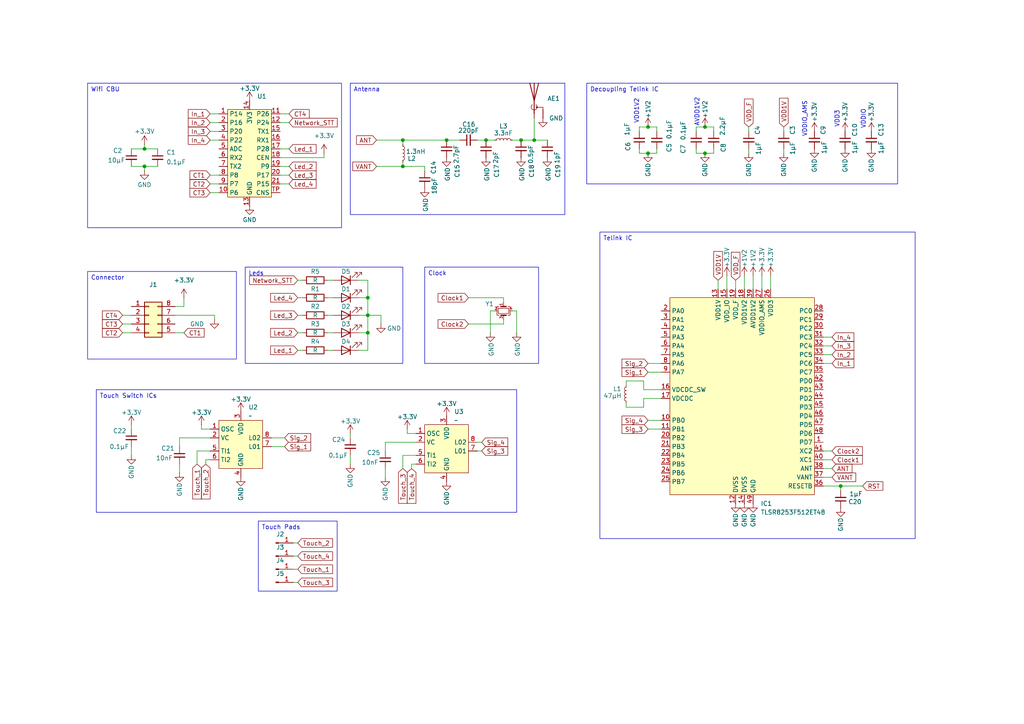
<source format=kicad_sch>
(kicad_sch (version 20231120) (generator "eeschema") (generator_version "8.0")
  (paper "A4")
  (lib_symbols
    (symbol "Connector:Conn_01x01_Pin" (pin_names (offset 1.016) hide)
      (property "Reference" "J" (at 0 2.54 0))
      (property "Value" "Conn_01x01_Pin" (at 0 -2.54 0))
      (symbol "Conn_01x01_Pin_1_1"
        (pin passive line (at 5.08 0 180) (length 3.81) (name "Pin_1") (number "1"))
      )
    )
    (symbol "Connector_Generic:Conn_02x04_Counter_Clockwise" (pin_names (offset 1.016) hide)
      (property "Reference" "J" (at 1.27 5.08 0))
      (property "Value" "Conn_02x04_Counter_Clockwise" (at 1.27 -7.62 0))
      (symbol "Conn_02x04_Counter_Clockwise_1_1"
        (pin passive line (at -5.08 2.54 0) (length 3.81) (name "Pin_1") (number "1"))
        (pin passive line (at -5.08 0 0) (length 3.81) (name "Pin_2") (number "2"))
        (pin passive line (at -5.08 -2.54 0) (length 3.81) (name "Pin_3") (number "3"))
        (pin passive line (at -5.08 -5.08 0) (length 3.81) (name "Pin_4") (number "4"))
        (pin passive line (at 7.62 -5.08 180) (length 3.81) (name "Pin_5") (number "5"))
        (pin passive line (at 7.62 -2.54 180) (length 3.81) (name "Pin_6") (number "6"))
        (pin passive line (at 7.62 0 180) (length 3.81) (name "Pin_7") (number "7"))
        (pin passive line (at 7.62 2.54 180) (length 3.81) (name "Pin_8") (number "8"))
      )
    )
    (symbol "Device:Antenna_Shield" (pin_numbers hide) (pin_names (offset 1.016) hide)
      (property "Reference" "AE" (at -1.905 4.445 0))
      (property "Value" "Antenna_Shield" (at -1.905 2.54 0))
      (symbol "Antenna_Shield_1_1"
        (pin input line (at 0 -5.08 90) (length 2.54) (name "A") (number "1"))
        (pin input line (at 2.54 -5.08 90) (length 2.54) (name "Shield") (number "2"))
      )
    )
    (symbol "Device:C_Small" (pin_numbers hide) (pin_names (offset 0.254) hide)
      (property "Reference" "C" (at 0.254 1.778 0))
      (property "Value" "C_Small" (at 0.254 -2.032 0))
      (symbol "C_Small_1_1"
        (pin passive line (at 0 2.54 270) (length 2.032) (name "~") (number "1"))
        (pin passive line (at 0 -2.54 90) (length 2.032) (name "~") (number "2"))
      )
    )
    (symbol "Device:Crystal_GND24_Small" (pin_names (offset 1.016) hide)
      (property "Reference" "Y" (at 1.27 4.445 0))
      (property "Value" "Crystal_GND24_Small" (at 1.27 2.54 0))
      (symbol "Crystal_GND24_Small_1_1"
        (pin passive line (at -2.54 0 0) (length 1.27) (name "1") (number "1"))
        (pin passive line (at 0 -2.54 90) (length 0.635) (name "2") (number "2"))
        (pin passive line (at 2.54 0 180) (length 1.27) (name "3") (number "3"))
        (pin passive line (at 0 2.54 270) (length 0.635) (name "4") (number "4"))
      )
    )
    (symbol "Device:LED" (pin_numbers hide) (pin_names (offset 1.016) hide)
      (property "Reference" "D" (at 0 2.54 0))
      (property "Value" "LED" (at 0 -2.54 0))
      (symbol "LED_1_1"
        (pin passive line (at -3.81 0 0) (length 2.54) (name "K") (number "1"))
        (pin passive line (at 3.81 0 180) (length 2.54) (name "A") (number "2"))
      )
    )
    (symbol "Device:L_Small" (pin_numbers hide) (pin_names (offset 0.254) hide)
      (property "Reference" "L" (at 0.762 1.016 0))
      (property "Value" "L_Small" (at 0.762 -1.016 0))
      (symbol "L_Small_1_1"
        (pin passive line (at 0 2.54 270) (length 0.508) (name "~") (number "1"))
        (pin passive line (at 0 -2.54 90) (length 0.508) (name "~") (number "2"))
      )
    )
    (symbol "Device:R" (pin_numbers hide) (pin_names (offset 0))
      (property "Reference" "R" (at 2.032 0 90))
      (property "Value" "R" (at 0 0 90))
      (symbol "R_1_1"
        (pin passive line (at 0 3.81 270) (length 1.27) (name "~") (number "1"))
        (pin passive line (at 0 -3.81 90) (length 1.27) (name "~") (number "2"))
      )
    )
    (symbol "Library:SGL8022K"
      (property "Reference" "U" (at 9.144 1.016 0))
      (symbol "SGL8022K_1_1"
        (pin input line (at -5.08 -2.54 0) (length 2.54) (name "OSC") (number "1"))
        (pin input line (at -5.08 -5.08 0) (length 2.54) (name "VC") (number "2"))
        (pin input line (at 3.81 2.54 270) (length 2.54) (name "VDD") (number "3"))
        (pin input line (at 3.81 -16.51 90) (length 2.54) (name "GND") (number "4"))
        (pin input line (at -5.08 -8.89 0) (length 2.54) (name "TI1") (number "5"))
        (pin input line (at -5.08 -11.43 0) (length 2.54) (name "TI2") (number "6"))
        (pin input line (at 12.7 -7.62 180) (length 2.54) (name "L01") (number "7"))
        (pin input line (at 12.7 -5.08 180) (length 2.54) (name "L02") (number "8"))
      )
    )
    (symbol "Library:TLSR8253F512ET48"
      (property "Reference" "IC" (at -164.338 7.62 0))
      (property "Value" "TLSR8253F512ET48" (at -164.338 5.08 0))
      (symbol "TLSR8253F512ET48_1_1"
        (pin passive line (at 24.13 -11.43 180) (length 2.54) (name "PD7") (number "1"))
        (pin passive line (at -22.86 -5.08 0) (length 2.54) (name "PB0") (number "10"))
        (pin passive line (at -22.86 -7.62 0) (length 2.54) (name "PB1") (number "11"))
        (pin passive line (at -1.27 -29.21 90) (length 2.54) (name "DVSS") (number "12"))
        (pin passive line (at -6.35 33.02 270) (length 2.54) (name "VDD1V") (number "13"))
        (pin passive line (at 1.27 -29.21 90) (length 2.54) (name "DVSS") (number "14"))
        (pin passive line (at -3.81 33.02 270) (length 2.54) (name "VDD_IO") (number "15"))
        (pin passive line (at -22.86 3.81 0) (length 2.54) (name "VDCDC_SW") (number "16"))
        (pin passive line (at -22.86 1.27 0) (length 2.54) (name "VDCDC") (number "17"))
        (pin passive line (at 1.27 33.02 270) (length 2.54) (name "VDD1V2") (number "18"))
        (pin passive line (at -1.27 33.02 270) (length 2.54) (name "VDD_F") (number "19"))
        (pin passive line (at -22.86 26.67 0) (length 2.54) (name "PA0") (number "2"))
        (pin passive line (at -22.86 -10.16 0) (length 2.54) (name "PB2") (number "20"))
        (pin passive line (at -22.86 -12.7 0) (length 2.54) (name "PB3") (number "21"))
        (pin passive line (at -22.86 -15.24 0) (length 2.54) (name "PB4") (number "22"))
        (pin passive line (at -22.86 -17.78 0) (length 2.54) (name "PB5") (number "23"))
        (pin passive line (at -22.86 -20.32 0) (length 2.54) (name "PB6") (number "24"))
        (pin passive line (at -22.86 -22.86 0) (length 2.54) (name "PB7") (number "25"))
        (pin passive line (at 8.89 33.02 270) (length 2.54) (name "VDD3") (number "26"))
        (pin passive line (at 6.35 33.02 270) (length 2.54) (name "VDDIO_AMS") (number "27"))
        (pin passive line (at 24.13 26.67 180) (length 2.54) (name "PC0") (number "28"))
        (pin passive line (at 24.13 24.13 180) (length 2.54) (name "PC1") (number "29"))
        (pin passive line (at -22.86 24.13 0) (length 2.54) (name "PA1") (number "3"))
        (pin passive line (at 24.13 21.59 180) (length 2.54) (name "PC2") (number "30"))
        (pin passive line (at 24.13 19.05 180) (length 2.54) (name "PC3") (number "31"))
        (pin passive line (at 24.13 16.51 180) (length 2.54) (name "PC4") (number "32"))
        (pin passive line (at 24.13 13.97 180) (length 2.54) (name "PC5") (number "33"))
        (pin passive line (at 24.13 11.43 180) (length 2.54) (name "PC6") (number "34"))
        (pin passive line (at 24.13 8.89 180) (length 2.54) (name "PC7") (number "35"))
        (pin passive line (at 24.13 -24.13 180) (length 2.54) (name "RESETB") (number "36"))
        (pin passive line (at 24.13 -21.59 180) (length 2.54) (name "VANT") (number "37"))
        (pin passive line (at 24.13 -19.05 180) (length 2.54) (name "ANT") (number "38"))
        (pin passive line (at 3.81 33.02 270) (length 2.54) (name "AVDD1V2") (number "39"))
        (pin passive line (at -22.86 21.59 0) (length 2.54) (name "PA2") (number "4"))
        (pin passive line (at 24.13 -16.51 180) (length 2.54) (name "XC1") (number "40"))
        (pin passive line (at 24.13 -13.97 180) (length 2.54) (name "XC2") (number "41"))
        (pin passive line (at 24.13 6.35 180) (length 2.54) (name "PD0") (number "42"))
        (pin passive line (at 24.13 3.81 180) (length 2.54) (name "PD1") (number "43"))
        (pin passive line (at 24.13 1.27 180) (length 2.54) (name "PD2") (number "44"))
        (pin passive line (at 24.13 -1.27 180) (length 2.54) (name "PD3") (number "45"))
        (pin passive line (at 24.13 -3.81 180) (length 2.54) (name "PD4") (number "46"))
        (pin passive line (at 24.13 -6.35 180) (length 2.54) (name "PD5") (number "47"))
        (pin passive line (at 24.13 -8.89 180) (length 2.54) (name "PD6") (number "48"))
        (pin passive line (at 3.81 -29.21 90) (length 2.54) (name "GND") (number "49"))
        (pin passive line (at -22.86 19.05 0) (length 2.54) (name "PA3") (number "5"))
        (pin passive line (at -22.86 16.51 0) (length 2.54) (name "PA4") (number "6"))
        (pin passive line (at -22.86 13.97 0) (length 2.54) (name "PA5") (number "7"))
        (pin passive line (at -22.86 11.43 0) (length 2.54) (name "PA6") (number "8"))
        (pin passive line (at -22.86 8.89 0) (length 2.54) (name "PA7") (number "9"))
      )
    )
    (symbol "Library:Wifi_CBU"
      (property "Reference" "U" (at 5.08 15.748 0))
      (symbol "Wifi_CBU_1_1"
        (pin bidirectional line (at -8.89 11.43 0) (length 2.54) (name "P14") (number "1"))
        (pin bidirectional line (at -8.89 -11.43 0) (length 2.54) (name "P6") (number "10"))
        (pin bidirectional line (at 8.89 11.43 180) (length 2.54) (name "P26") (number "11"))
        (pin bidirectional line (at 8.89 8.89 180) (length 2.54) (name "P24") (number "12"))
        (pin input line (at 0 -15.24 90) (length 2.54) (name "GND") (number "13"))
        (pin input line (at 0 15.24 270) (length 2.54) (name "3V3") (number "14"))
        (pin bidirectional line (at 8.89 6.35 180) (length 2.54) (name "TX1") (number "15"))
        (pin bidirectional line (at 8.89 3.81 180) (length 2.54) (name "RX1") (number "16"))
        (pin bidirectional line (at 8.89 1.27 180) (length 2.54) (name "P28") (number "17"))
        (pin bidirectional line (at 8.89 -1.27 180) (length 2.54) (name "CEN") (number "18"))
        (pin bidirectional line (at 8.89 -3.81 180) (length 2.54) (name "P9") (number "19"))
        (pin bidirectional line (at -8.89 8.89 0) (length 2.54) (name "P16") (number "2"))
        (pin bidirectional line (at 8.89 -6.35 180) (length 2.54) (name "P17") (number "20"))
        (pin bidirectional line (at 8.89 -8.89 180) (length 2.54) (name "P15") (number "21"))
        (pin bidirectional line (at -8.89 6.35 0) (length 2.54) (name "P20") (number "3"))
        (pin bidirectional line (at -8.89 3.81 0) (length 2.54) (name "P22") (number "4"))
        (pin bidirectional line (at -8.89 1.27 0) (length 2.54) (name "ADC") (number "5"))
        (pin bidirectional line (at -8.89 -1.27 0) (length 2.54) (name "RX2") (number "6"))
        (pin bidirectional line (at -8.89 -3.81 0) (length 2.54) (name "TX2") (number "7"))
        (pin bidirectional line (at -8.89 -6.35 0) (length 2.54) (name "P8") (number "8"))
        (pin bidirectional line (at -8.89 -8.89 0) (length 2.54) (name "P7") (number "9"))
        (pin bidirectional line (at 8.89 -11.43 180) (length 2.54) (name "CNS") (number "TP"))
      )
    )
    (symbol "power:+1V2" (power) (pin_numbers hide) (pin_names (offset 0) hide)
      (property "Value" "+1V2" (at 0 3.556 0))
      (symbol "+1V2_1_1"
        (pin power_in line (at 0 0 90) (length 0) (name "~") (number "1"))
      )
    )
    (symbol "power:+3.3V" (power) (pin_numbers hide) (pin_names (offset 0) hide)
      (property "Value" "+3.3V" (at 0 3.556 0))
      (symbol "+3.3V_1_1"
        (pin power_in line (at 0 0 90) (length 0) (name "~") (number "1"))
      )
    )
    (symbol "power:GND" (power) (pin_numbers hide) (pin_names (offset 0) hide)
      (property "Value" "GND" (at 0 -3.81 0))
      (symbol "GND_1_1"
        (pin power_in line (at 0 0 270) (length 0) (name "~") (number "1"))
      )
    )
    (symbol "power:GND2" (power) (pin_numbers hide) (pin_names (offset 0) hide)
      (property "Value" "GND2" (at 0 -3.81 0))
      (symbol "GND2_1_1"
        (pin power_in line (at 0 0 270) (length 0) (name "~") (number "1"))
      )
    )
  )
  (junction (at 106.68 96.52))
  (junction (at 187.96 44.45))
  (junction (at 140.97 40.64))
  (junction (at 154.94 40.64))
  (junction (at 204.47 44.45))
  (junction (at 204.47 36.83))
  (junction (at 129.54 40.64))
  (junction (at 116.84 40.64))
  (junction (at 243.84 140.97))
  (junction (at 106.68 91.44))
  (junction (at 41.91 43.18))
  (junction (at 116.84 48.26))
  (junction (at 187.96 36.83))
  (junction (at 151.13 40.64))
  (junction (at 41.91 48.26))
  (junction (at 106.68 86.36))
  (wire (pts (xy 218.44 80.01) (xy 218.44 83.82)))
  (wire (pts (xy 187.96 107.95) (xy 191.77 107.95)))
  (wire (pts (xy 135.89 93.98) (xy 146.05 93.98)))
  (wire (pts (xy 111.76 135.89) (xy 111.76 138.43)))
  (wire (pts (xy 238.76 102.87) (xy 241.3 102.87)))
  (wire (pts (xy 38.1 43.18) (xy 41.91 43.18)))
  (wire (pts (xy 227.33 36.83) (xy 227.33 38.1)))
  (wire (pts (xy 85.09 168.91) (xy 86.36 168.91)))
  (wire (pts (xy 106.68 91.44) (xy 110.49 91.44)))
  (wire (pts (xy 106.68 81.28) (xy 104.14 81.28)))
  (wire (pts (xy 81.28 43.18) (xy 83.82 43.18)))
  (wire (pts (xy 139.7 130.81) (xy 138.43 130.81)))
  (wire (pts (xy 106.68 101.6) (xy 104.14 101.6)))
  (wire (pts (xy 243.84 140.97) (xy 243.84 142.24)))
  (wire (pts (xy 93.98 44.45) (xy 93.98 45.72)))
  (wire (pts (xy 119.38 135.89) (xy 119.38 134.62)))
  (wire (pts (xy 81.28 53.34) (xy 83.82 53.34)))
  (wire (pts (xy 181.61 110.49) (xy 181.61 111.76)))
  (wire (pts (xy 86.36 86.36) (xy 87.63 86.36)))
  (wire (pts (xy 106.68 86.36) (xy 104.14 86.36)))
  (wire (pts (xy 187.96 124.46) (xy 191.77 124.46)))
  (wire (pts (xy 109.22 40.64) (xy 116.84 40.64)))
  (wire (pts (xy 106.68 81.28) (xy 106.68 86.36)))
  (wire (pts (xy 101.6 125.73) (xy 101.6 127)))
  (wire (pts (xy 81.28 33.02) (xy 83.82 33.02)))
  (wire (pts (xy 60.96 38.1) (xy 63.5 38.1)))
  (wire (pts (xy 119.38 134.62) (xy 120.65 134.62)))
  (wire (pts (xy 186.69 113.03) (xy 186.69 110.49)))
  (wire (pts (xy 217.17 36.83) (xy 217.17 38.1)))
  (wire (pts (xy 86.36 81.28) (xy 87.63 81.28)))
  (wire (pts (xy 62.23 91.44) (xy 62.23 92.71)))
  (wire (pts (xy 151.13 40.64) (xy 154.94 40.64)))
  (wire (pts (xy 227.33 43.18) (xy 227.33 44.45)))
  (wire (pts (xy 116.84 40.64) (xy 129.54 40.64)))
  (wire (pts (xy 187.96 105.41) (xy 191.77 105.41)))
  (wire (pts (xy 146.05 86.36) (xy 146.05 87.63)))
  (wire (pts (xy 41.91 41.91) (xy 41.91 43.18)))
  (wire (pts (xy 86.36 96.52) (xy 87.63 96.52)))
  (wire (pts (xy 238.76 130.81) (xy 241.3 130.81)))
  (wire (pts (xy 38.1 123.19) (xy 38.1 124.46)))
  (wire (pts (xy 58.42 124.46) (xy 60.96 124.46)))
  (wire (pts (xy 81.28 35.56) (xy 83.82 35.56)))
  (wire (pts (xy 148.59 40.64) (xy 151.13 40.64)))
  (wire (pts (xy 60.96 35.56) (xy 63.5 35.56)))
  (wire (pts (xy 118.11 125.73) (xy 120.65 125.73)))
  (wire (pts (xy 190.5 38.1) (xy 190.5 36.83)))
  (wire (pts (xy 138.43 40.64) (xy 140.97 40.64)))
  (wire (pts (xy 201.93 44.45) (xy 204.47 44.45)))
  (wire (pts (xy 106.68 91.44) (xy 104.14 91.44)))
  (wire (pts (xy 204.47 44.45) (xy 207.01 44.45)))
  (wire (pts (xy 110.49 93.98) (xy 110.49 91.44)))
  (wire (pts (xy 223.52 80.01) (xy 223.52 83.82)))
  (wire (pts (xy 86.36 91.44) (xy 87.63 91.44)))
  (wire (pts (xy 185.42 43.18) (xy 185.42 44.45)))
  (wire (pts (xy 123.19 49.53) (xy 123.19 48.26)))
  (wire (pts (xy 59.69 133.35) (xy 60.96 133.35)))
  (wire (pts (xy 243.84 140.97) (xy 250.19 140.97)))
  (wire (pts (xy 60.96 33.02) (xy 63.5 33.02)))
  (wire (pts (xy 186.69 110.49) (xy 181.61 110.49)))
  (wire (pts (xy 201.93 36.83) (xy 204.47 36.83)))
  (wire (pts (xy 101.6 132.08) (xy 101.6 134.62)))
  (wire (pts (xy 129.54 40.64) (xy 133.35 40.64)))
  (wire (pts (xy 238.76 135.89) (xy 241.3 135.89)))
  (wire (pts (xy 238.76 138.43) (xy 241.3 138.43)))
  (wire (pts (xy 118.11 124.46) (xy 118.11 125.73)))
  (wire (pts (xy 186.69 118.11) (xy 181.61 118.11)))
  (wire (pts (xy 204.47 36.83) (xy 207.01 36.83)))
  (wire (pts (xy 35.56 91.44) (xy 38.1 91.44)))
  (wire (pts (xy 60.96 55.88) (xy 63.5 55.88)))
  (wire (pts (xy 95.25 101.6) (xy 96.52 101.6)))
  (wire (pts (xy 59.69 134.62) (xy 59.69 133.35)))
  (wire (pts (xy 111.76 128.27) (xy 120.65 128.27)))
  (wire (pts (xy 185.42 44.45) (xy 187.96 44.45)))
  (wire (pts (xy 146.05 93.98) (xy 146.05 92.71)))
  (wire (pts (xy 116.84 48.26) (xy 116.84 46.99)))
  (wire (pts (xy 85.09 165.1) (xy 86.36 165.1)))
  (wire (pts (xy 120.65 132.08) (xy 116.84 132.08)))
  (wire (pts (xy 95.25 91.44) (xy 96.52 91.44)))
  (wire (pts (xy 50.8 96.52) (xy 53.34 96.52)))
  (wire (pts (xy 191.77 115.57) (xy 186.69 115.57)))
  (wire (pts (xy 123.19 48.26) (xy 116.84 48.26)))
  (wire (pts (xy 60.96 50.8) (xy 63.5 50.8)))
  (wire (pts (xy 81.28 50.8) (xy 83.82 50.8)))
  (wire (pts (xy 52.07 129.54) (xy 52.07 127)))
  (wire (pts (xy 191.77 113.03) (xy 186.69 113.03)))
  (wire (pts (xy 185.42 36.83) (xy 187.96 36.83)))
  (wire (pts (xy 207.01 38.1) (xy 207.01 36.83)))
  (wire (pts (xy 50.8 91.44) (xy 62.23 91.44)))
  (wire (pts (xy 210.82 80.01) (xy 210.82 83.82)))
  (wire (pts (xy 181.61 116.84) (xy 181.61 118.11)))
  (wire (pts (xy 38.1 129.54) (xy 38.1 132.08)))
  (wire (pts (xy 185.42 38.1) (xy 185.42 36.83)))
  (wire (pts (xy 187.96 36.83) (xy 190.5 36.83)))
  (wire (pts (xy 154.94 34.29) (xy 154.94 40.64)))
  (wire (pts (xy 106.68 86.36) (xy 106.68 91.44)))
  (wire (pts (xy 53.34 86.36) (xy 53.34 88.9)))
  (wire (pts (xy 154.94 40.64) (xy 158.75 40.64)))
  (wire (pts (xy 238.76 97.79) (xy 241.3 97.79)))
  (wire (pts (xy 81.28 48.26) (xy 83.82 48.26)))
  (wire (pts (xy 95.25 86.36) (xy 96.52 86.36)))
  (wire (pts (xy 201.93 43.18) (xy 201.93 44.45)))
  (wire (pts (xy 85.09 157.48) (xy 86.36 157.48)))
  (wire (pts (xy 109.22 48.26) (xy 116.84 48.26)))
  (wire (pts (xy 41.91 49.53) (xy 41.91 48.26)))
  (wire (pts (xy 52.07 127) (xy 60.96 127)))
  (wire (pts (xy 187.96 44.45) (xy 190.5 44.45)))
  (wire (pts (xy 35.56 93.98) (xy 38.1 93.98)))
  (wire (pts (xy 60.96 130.81) (xy 57.15 130.81)))
  (wire (pts (xy 220.98 80.01) (xy 220.98 83.82)))
  (wire (pts (xy 238.76 133.35) (xy 241.3 133.35)))
  (wire (pts (xy 186.69 115.57) (xy 186.69 118.11)))
  (wire (pts (xy 135.89 86.36) (xy 146.05 86.36)))
  (wire (pts (xy 95.25 81.28) (xy 96.52 81.28)))
  (wire (pts (xy 95.25 96.52) (xy 96.52 96.52)))
  (wire (pts (xy 143.51 90.17) (xy 142.24 90.17)))
  (wire (pts (xy 85.09 161.29) (xy 86.36 161.29)))
  (wire (pts (xy 41.91 43.18) (xy 45.72 43.18)))
  (wire (pts (xy 93.98 45.72) (xy 81.28 45.72)))
  (wire (pts (xy 38.1 48.26) (xy 41.91 48.26)))
  (wire (pts (xy 238.76 140.97) (xy 243.84 140.97)))
  (wire (pts (xy 57.15 130.81) (xy 57.15 134.62)))
  (wire (pts (xy 190.5 43.18) (xy 190.5 44.45)))
  (wire (pts (xy 58.42 123.19) (xy 58.42 124.46)))
  (wire (pts (xy 35.56 96.52) (xy 38.1 96.52)))
  (wire (pts (xy 53.34 88.9) (xy 50.8 88.9)))
  (wire (pts (xy 187.96 121.92) (xy 191.77 121.92)))
  (wire (pts (xy 86.36 101.6) (xy 87.63 101.6)))
  (wire (pts (xy 238.76 100.33) (xy 241.3 100.33)))
  (wire (pts (xy 60.96 40.64) (xy 63.5 40.64)))
  (wire (pts (xy 142.24 90.17) (xy 142.24 96.52)))
  (wire (pts (xy 106.68 91.44) (xy 106.68 96.52)))
  (wire (pts (xy 140.97 40.64) (xy 143.51 40.64)))
  (wire (pts (xy 116.84 132.08) (xy 116.84 135.89)))
  (wire (pts (xy 149.86 90.17) (xy 149.86 96.52)))
  (wire (pts (xy 148.59 90.17) (xy 149.86 90.17)))
  (wire (pts (xy 78.74 129.54) (xy 82.55 129.54)))
  (wire (pts (xy 201.93 38.1) (xy 201.93 36.83)))
  (wire (pts (xy 60.96 53.34) (xy 63.5 53.34)))
  (wire (pts (xy 106.68 96.52) (xy 104.14 96.52)))
  (wire (pts (xy 207.01 43.18) (xy 207.01 44.45)))
  (wire (pts (xy 78.74 127) (xy 82.55 127)))
  (wire (pts (xy 116.84 40.64) (xy 116.84 41.91)))
  (wire (pts (xy 111.76 130.81) (xy 111.76 128.27)))
  (wire (pts (xy 41.91 48.26) (xy 45.72 48.26)))
  (wire (pts (xy 238.76 105.41) (xy 241.3 105.41)))
  (wire (pts (xy 52.07 134.62) (xy 52.07 137.16)))
  (wire (pts (xy 213.36 81.28) (xy 213.36 83.82)))
  (wire (pts (xy 106.68 96.52) (xy 106.68 101.6)))
  (wire (pts (xy 138.43 128.27) (xy 139.7 128.27)))
  (wire (pts (xy 217.17 43.18) (xy 217.17 44.45)))
  (wire (pts (xy 215.9 80.01) (xy 215.9 83.82)))
  (wire (pts (xy 208.28 81.28) (xy 208.28 83.82)))
  (text_box "Antenna" (at 101.6 24.13 0) (size 62.23 38.1) (effects (font (size 1.27 1.27)) (justify left top)))
  (text_box "Touch Switch ICs\n" (at 27.94 113.03 0) (size 121.92 35.56) (effects (font (size 1.27 1.27)) (justify left top)))
  (text_box "Touch Pads\n" (at 74.93 151.13 0) (size 22.86 20.32) (effects (font (size 1.27 1.27)) (justify left top)))
  (text_box "Leds" (at 71.12 77.47 0) (size 45.72 27.94) (effects (font (size 1.27 1.27)) (justify left top)))
  (text_box "Wifi CBU\n" (at 25.4 24.13 0) (size 73.66 41.91) (effects (font (size 1.27 1.27)) (justify left top)))
  (text_box "Connector\n" (at 25.4 78.74 0) (size 43.18 25.4) (effects (font (size 1.27 1.27)) (justify left top)))
  (text_box "Clock\n" (at 123.19 77.47 0) (size 33.02 27.94) (effects (font (size 1.27 1.27)) (justify left top)))
  (text_box "Decoupling Telink IC\n" (at 170.18 24.13 0) (size 90.17 29.21) (effects (font (size 1.27 1.27)) (justify left top)))
  (text_box "Telink IC" (at 173.99 67.31 0) (size 91.44 88.9) (effects (font (size 1.27 1.27)) (justify left top)))
  (text "AVDD1V2\n" (at 202.184 32.512 90) (effects (font (size 1.27 1.27))))
  (text "VDD1V2\n" (at 184.658 32.258 90) (effects (font (size 1.27 1.27))))
  (text "VDDIO\n\n" (at 251.46 34.544 90) (effects (font (size 1.27 1.27))))
  (text "VDD3\n" (at 242.824 34.544 90) (effects (font (size 1.27 1.27))))
  (text "VDDIO_AMS\n" (at 233.426 34.544 90) (effects (font (size 1.27 1.27))))
  (global_label "In_3" (shape input) (at 241.3 100.33 0) (property "Intersheetrefs" "${INTERSHEET_REFS}" (effects (hide yes))))
  (global_label "CT4" (shape input) (at 83.82 33.02 0) (property "Intersheetrefs" "${INTERSHEET_REFS}" (effects (hide yes))))
  (global_label "Led_3" (shape input) (at 86.36 91.44 180) (property "Intersheetrefs" "${INTERSHEET_REFS}" (effects (hide yes))))
  (global_label "Touch_2" (shape input) (at 59.69 134.62 270) (property "Intersheetrefs" "${INTERSHEET_REFS}" (effects (hide yes))))
  (global_label "CT3" (shape input) (at 60.96 55.88 180) (property "Intersheetrefs" "${INTERSHEET_REFS}" (effects (hide yes))))
  (global_label "Network_STT" (shape input) (at 83.82 35.56 0) (property "Intersheetrefs" "${INTERSHEET_REFS}" (effects (hide yes))))
  (global_label "Sig_4" (shape input) (at 187.96 121.92 180) (property "Intersheetrefs" "${INTERSHEET_REFS}" (effects (hide yes))))
  (global_label "Touch_4" (shape input) (at 86.36 161.29 0) (property "Intersheetrefs" "${INTERSHEET_REFS}" (effects (hide yes))))
  (global_label "CT2" (shape input) (at 60.96 53.34 180) (property "Intersheetrefs" "${INTERSHEET_REFS}" (effects (hide yes))))
  (global_label "VDD1V" (shape input) (at 227.33 36.83 90) (property "Intersheetrefs" "${INTERSHEET_REFS}" (effects (hide yes))))
  (global_label "Touch_1" (shape input) (at 86.36 165.1 0) (property "Intersheetrefs" "${INTERSHEET_REFS}" (effects (hide yes))))
  (global_label "Touch_2" (shape input) (at 86.36 157.48 0) (property "Intersheetrefs" "${INTERSHEET_REFS}" (effects (hide yes))))
  (global_label "VDD_F" (shape input) (at 217.17 36.83 90) (property "Intersheetrefs" "${INTERSHEET_REFS}" (effects (hide yes))))
  (global_label "Led_1" (shape input) (at 86.36 101.6 180) (property "Intersheetrefs" "${INTERSHEET_REFS}" (effects (hide yes))))
  (global_label "ANT" (shape input) (at 241.3 135.89 0) (property "Intersheetrefs" "${INTERSHEET_REFS}" (effects (hide yes))))
  (global_label "ANT" (shape input) (at 109.22 40.64 180) (property "Intersheetrefs" "${INTERSHEET_REFS}" (effects (hide yes))))
  (global_label "VANT" (shape input) (at 109.22 48.26 180) (property "Intersheetrefs" "${INTERSHEET_REFS}" (effects (hide yes))))
  (global_label "VDD1V" (shape input) (at 208.28 81.28 90) (property "Intersheetrefs" "${INTERSHEET_REFS}" (effects (hide yes))))
  (global_label "Sig_1" (shape input) (at 187.96 107.95 180) (property "Intersheetrefs" "${INTERSHEET_REFS}" (effects (hide yes))))
  (global_label "CT1" (shape input) (at 53.34 96.52 0) (property "Intersheetrefs" "${INTERSHEET_REFS}" (effects (hide yes))))
  (global_label "Led_3" (shape input) (at 83.82 50.8 0) (property "Intersheetrefs" "${INTERSHEET_REFS}" (effects (hide yes))))
  (global_label "Touch_1" (shape input) (at 57.15 134.62 270) (property "Intersheetrefs" "${INTERSHEET_REFS}" (effects (hide yes))))
  (global_label "In_3" (shape input) (at 60.96 38.1 180) (property "Intersheetrefs" "${INTERSHEET_REFS}" (effects (hide yes))))
  (global_label "Led_2" (shape input) (at 83.82 48.26 0) (property "Intersheetrefs" "${INTERSHEET_REFS}" (effects (hide yes))))
  (global_label "Sig_3" (shape input) (at 187.96 124.46 180) (property "Intersheetrefs" "${INTERSHEET_REFS}" (effects (hide yes))))
  (global_label "In_2" (shape input) (at 60.96 35.56 180) (property "Intersheetrefs" "${INTERSHEET_REFS}" (effects (hide yes))))
  (global_label "RST" (shape input) (at 250.19 140.97 0) (property "Intersheetrefs" "${INTERSHEET_REFS}" (effects (hide yes))))
  (global_label "Network_STT" (shape input) (at 86.36 81.28 180) (property "Intersheetrefs" "${INTERSHEET_REFS}" (effects (hide yes))))
  (global_label "CT1" (shape input) (at 60.96 50.8 180) (property "Intersheetrefs" "${INTERSHEET_REFS}" (effects (hide yes))))
  (global_label "Touch_3" (shape input) (at 86.36 168.91 0) (property "Intersheetrefs" "${INTERSHEET_REFS}" (effects (hide yes))))
  (global_label "Touch_4" (shape input) (at 119.38 135.89 270) (property "Intersheetrefs" "${INTERSHEET_REFS}" (effects (hide yes))))
  (global_label "Sig_2" (shape input) (at 82.55 127 0) (property "Intersheetrefs" "${INTERSHEET_REFS}" (effects (hide yes))))
  (global_label "Touch_3" (shape input) (at 116.84 135.89 270) (property "Intersheetrefs" "${INTERSHEET_REFS}" (effects (hide yes))))
  (global_label "Clock2" (shape input) (at 241.3 130.81 0) (property "Intersheetrefs" "${INTERSHEET_REFS}" (effects (hide yes))))
  (global_label "Led_1" (shape input) (at 83.82 43.18 0) (property "Intersheetrefs" "${INTERSHEET_REFS}" (effects (hide yes))))
  (global_label "CT3" (shape input) (at 35.56 93.98 180) (property "Intersheetrefs" "${INTERSHEET_REFS}" (effects (hide yes))))
  (global_label "Led_4" (shape input) (at 86.36 86.36 180) (property "Intersheetrefs" "${INTERSHEET_REFS}" (effects (hide yes))))
  (global_label "In_1" (shape input) (at 241.3 105.41 0) (property "Intersheetrefs" "${INTERSHEET_REFS}" (effects (hide yes))))
  (global_label "Led_4" (shape input) (at 83.82 53.34 0) (property "Intersheetrefs" "${INTERSHEET_REFS}" (effects (hide yes))))
  (global_label "In_2" (shape input) (at 241.3 102.87 0) (property "Intersheetrefs" "${INTERSHEET_REFS}" (effects (hide yes))))
  (global_label "In_4" (shape input) (at 241.3 97.79 0) (property "Intersheetrefs" "${INTERSHEET_REFS}" (effects (hide yes))))
  (global_label "Sig_3" (shape input) (at 139.7 130.81 0) (property "Intersheetrefs" "${INTERSHEET_REFS}" (effects (hide yes))))
  (global_label "In_4" (shape input) (at 60.96 40.64 180) (property "Intersheetrefs" "${INTERSHEET_REFS}" (effects (hide yes))))
  (global_label "Sig_4" (shape input) (at 139.7 128.27 0) (property "Intersheetrefs" "${INTERSHEET_REFS}" (effects (hide yes))))
  (global_label "Clock1" (shape input) (at 241.3 133.35 0) (property "Intersheetrefs" "${INTERSHEET_REFS}" (effects (hide yes))))
  (global_label "CT4" (shape input) (at 35.56 91.44 180) (property "Intersheetrefs" "${INTERSHEET_REFS}" (effects (hide yes))))
  (global_label "Sig_1" (shape input) (at 82.55 129.54 0) (property "Intersheetrefs" "${INTERSHEET_REFS}" (effects (hide yes))))
  (global_label "Clock1" (shape input) (at 135.89 86.36 180) (property "Intersheetrefs" "${INTERSHEET_REFS}" (effects (hide yes))))
  (global_label "VDD_F" (shape input) (at 213.36 81.28 90) (property "Intersheetrefs" "${INTERSHEET_REFS}" (effects (hide yes))))
  (global_label "Clock2" (shape input) (at 135.89 93.98 180) (property "Intersheetrefs" "${INTERSHEET_REFS}" (effects (hide yes))))
  (global_label "In_1" (shape input) (at 60.96 33.02 180) (property "Intersheetrefs" "${INTERSHEET_REFS}" (effects (hide yes))))
  (global_label "CT2" (shape input) (at 35.56 96.52 180) (property "Intersheetrefs" "${INTERSHEET_REFS}" (effects (hide yes))))
  (global_label "VANT" (shape input) (at 241.3 138.43 0) (property "Intersheetrefs" "${INTERSHEET_REFS}" (effects (hide yes))))
  (global_label "Led_2" (shape input) (at 86.36 96.52 180) (property "Intersheetrefs" "${INTERSHEET_REFS}" (effects (hide yes))))
  (global_label "Sig_2" (shape input) (at 187.96 105.41 180) (property "Intersheetrefs" "${INTERSHEET_REFS}" (effects (hide yes))))
  (symbol (lib_id "power:GND2") (at 213.36 146.05 0) (unit 1)
    (property "Reference" "#PWR08" (effects (hide yes)))
    (property "Value" "GND" (at 213.36 150.876 90))
    (property "Description" "Power symbol creates a global label with name \"GND2\" , ground" (effects (hide yes)))
  )
  (symbol (lib_id "Connector:Conn_01x01_Pin") (at 80.01 161.29 0) (unit 1)
    (property "Reference" "J3" (at 81.28 158.75 0))
    (property "Value" "Conn_01x01_Pin" (effects (hide yes)))
    (property "Footprint" "Footprint_Rang_Dong:Touch-Pad" (effects (hide yes)))
    (property "Description" "Generic connector, single row, 01x01, script generated" (effects (hide yes)))
  )
  (symbol (lib_id "Device:LED") (at 100.33 86.36 180) (unit 1)
    (property "Reference" "D1" (at 100.33 83.82 0))
    (property "Value" "LED" (effects (hide yes)))
    (property "Footprint" "LED_SMD:LED_0805_2012Metric" (effects (hide yes)))
    (property "Description" "Light emitting diode" (effects (hide yes)))
  )
  (symbol (lib_id "Device:Antenna_Shield") (at 154.94 29.21 0) (unit 1)
    (property "Reference" "AE1" (at 158.75 28.5749 0) (effects (justify left)))
    (property "Value" "Antenna_Shield" (effects (hide yes)))
    (property "Footprint" "Footprint_Rang_Dong:Antenna" (effects (hide yes)))
    (property "Description" "Antenna with extra pin for shielding" (effects (hide yes)))
  )
  (symbol (lib_id "Device:C_Small") (at 135.89 40.64 90) (unit 1)
    (property "Reference" "C16" (at 137.922 36.068 90) (effects (justify left)))
    (property "Value" "220pF" (at 138.938 37.846 90) (effects (justify left)))
    (property "Footprint" "Capacitor_SMD:C_0603_1608Metric" (effects (hide yes)))
    (property "Description" "Unpolarized capacitor, small symbol" (effects (hide yes)))
  )
  (symbol (lib_id "power:GND2") (at 41.91 49.53 0) (unit 1)
    (property "Reference" "#PWR07" (effects (hide yes)))
    (property "Value" "GND" (at 41.91 53.594 0))
    (property "Description" "Power symbol creates a global label with name \"GND2\" , ground" (effects (hide yes)))
  )
  (symbol (lib_id "Device:LED") (at 100.33 91.44 180) (unit 1)
    (property "Reference" "D2" (at 100.33 88.9 0))
    (property "Value" "LED" (effects (hide yes)))
    (property "Footprint" "LED_SMD:LED_0805_2012Metric" (effects (hide yes)))
    (property "Description" "Light emitting diode" (effects (hide yes)))
  )
  (symbol (lib_id "Device:LED") (at 100.33 96.52 180) (unit 1)
    (property "Reference" "D3" (at 100.33 93.98 0))
    (property "Value" "LED" (effects (hide yes)))
    (property "Footprint" "LED_SMD:LED_0805_2012Metric" (effects (hide yes)))
    (property "Description" "Light emitting diode" (effects (hide yes)))
  )
  (symbol (lib_id "power:GND") (at 151.13 45.72 0) (unit 1)
    (property "Reference" "#PWR035" (effects (hide yes)))
    (property "Value" "GND" (at 151.384 50.546 90))
    (property "Description" "Power symbol creates a global label with name \"GND\" , ground" (effects (hide yes)))
  )
  (symbol (lib_id "Device:C_Small") (at 140.97 43.18 0) (unit 1)
    (property "Reference" "C17" (at 144.018 51.562 90) (effects (justify left)))
    (property "Value" "2pF" (at 143.764 47.498 90) (effects (justify left)))
    (property "Footprint" "Capacitor_SMD:C_0603_1608Metric" (effects (hide yes)))
    (property "Description" "Unpolarized capacitor, small symbol" (effects (hide yes)))
  )
  (symbol (lib_id "Device:C_Small") (at 101.6 129.54 0) (unit 1)
    (property "Reference" "C24" (at 96.266 127.508 0) (effects (justify left)))
    (property "Value" "0.1µF" (at 95.25 132.08 0) (effects (justify left)))
    (property "Footprint" "Capacitor_SMD:C_0603_1608Metric" (effects (hide yes)))
    (property "Description" "Unpolarized capacitor, small symbol" (effects (hide yes)))
  )
  (symbol (lib_id "power:+3.3V") (at 236.22 38.1 0) (unit 1)
    (property "Reference" "#PWR022" (effects (hide yes)))
    (property "Value" "+3.3V" (at 236.22 32.512 90))
    (property "Description" "Power symbol creates a global label with name \"+3.3V\"" (effects (hide yes)))
  )
  (symbol (lib_id "Library:SGL8022K") (at 125.73 123.19 0) (unit 1)
    (property "Reference" "U3" (at 131.7341 119.38 0) (effects (justify left)))
    (property "Value" "~" (at 131.7341 121.92 0) (effects (justify left)))
    (property "Footprint" "Package_SO:SOIC-8_3.9x4.9mm_P1.27mm" (effects (hide yes)))
  )
  (symbol (lib_id "Device:Crystal_GND24_Small") (at 146.05 90.17 270) (unit 1)
    (property "Reference" "Y1" (at 141.986 88.138 90))
    (property "Value" "Crystal_GND24_Small" (effects (hide yes)))
    (property "Footprint" "Footprint_Rang_Dong:Crystal_SMD_3225" (effects (hide yes)))
    (property "Description" "Four pin crystal, GND on pins 2 and 4, small symbol" (effects (hide yes)))
  )
  (symbol (lib_id "Device:R") (at 91.44 96.52 90) (unit 1)
    (property "Reference" "R3" (at 91.44 93.98 90))
    (property "Value" "R" (at 91.44 96.52 90))
    (property "Footprint" "Resistor_SMD:R_0603_1608Metric" (effects (hide yes)))
    (property "Description" "Resistor" (effects (hide yes)))
  )
  (symbol (lib_id "Device:C_Small") (at 190.5 40.64 0) (unit 1)
    (property "Reference" "C5" (at 194.056 44.196 90) (effects (justify left)))
    (property "Value" "0.1µF" (at 194.056 40.386 90) (effects (justify left)))
    (property "Footprint" "Capacitor_SMD:C_0603_1608Metric" (effects (hide yes)))
    (property "Description" "Unpolarized capacitor, small symbol" (effects (hide yes)))
  )
  (symbol (lib_id "power:GND2") (at 252.73 43.18 0) (unit 1)
    (property "Reference" "#PWR030" (effects (hide yes)))
    (property "Value" "GND" (at 252.73 48.006 90))
    (property "Description" "Power symbol creates a global label with name \"GND2\" , ground" (effects (hide yes)))
  )
  (symbol (lib_id "power:+1V2") (at 215.9 80.01 0) (unit 1)
    (property "Reference" "#PWR016" (effects (hide yes)))
    (property "Value" "+1V2" (at 215.9 74.93 90))
    (property "Description" "Power symbol creates a global label with name \"+1V2\"" (effects (hide yes)))
  )
  (symbol (lib_id "power:GND2") (at 218.44 146.05 0) (unit 1)
    (property "Reference" "#PWR011" (effects (hide yes)))
    (property "Value" "GND" (at 218.44 150.876 90))
    (property "Description" "Power symbol creates a global label with name \"GND2\" , ground" (effects (hide yes)))
  )
  (symbol (lib_id "Device:C_Small") (at 217.17 40.64 0) (unit 1)
    (property "Reference" "C4" (at 219.71 39.116 90) (effects (justify left)))
    (property "Value" "1µF" (at 219.964 44.958 90) (effects (justify left)))
    (property "Footprint" "Capacitor_SMD:C_0603_1608Metric" (effects (hide yes)))
    (property "Description" "Unpolarized capacitor, small symbol" (effects (hide yes)))
  )
  (symbol (lib_id "power:GND2") (at 243.84 147.32 0) (unit 1)
    (property "Reference" "#PWR032" (effects (hide yes)))
    (property "Value" "GND" (at 243.84 152.146 90))
    (property "Description" "Power symbol creates a global label with name \"GND2\" , ground" (effects (hide yes)))
  )
  (symbol (lib_id "power:GND2") (at 217.17 44.45 0) (unit 1)
    (property "Reference" "#PWR015" (effects (hide yes)))
    (property "Value" "GND" (at 217.17 49.276 90))
    (property "Description" "Power symbol creates a global label with name \"GND2\" , ground" (effects (hide yes)))
  )
  (symbol (lib_id "Device:C_Small") (at 129.54 43.18 0) (unit 1)
    (property "Reference" "C15" (at 132.588 51.562 90) (effects (justify left)))
    (property "Value" "2.7pF" (at 132.334 47.498 90) (effects (justify left)))
    (property "Footprint" "Capacitor_SMD:C_0603_1608Metric" (effects (hide yes)))
    (property "Description" "Unpolarized capacitor, small symbol" (effects (hide yes)))
  )
  (symbol (lib_id "Device:L_Small") (at 116.84 44.45 0) (unit 1)
    (property "Reference" "L2" (at 120.65 45.974 0) (effects (justify right)))
    (property "Value" "1.3nH" (at 123.444 43.942 0) (effects (justify right)))
    (property "Footprint" "Inductor_SMD:L_0402_1005Metric" (effects (hide yes)))
    (property "Description" "Inductor, small symbol" (effects (hide yes)))
  )
  (symbol (lib_id "Device:C_Small") (at 201.93 40.64 180) (unit 1)
    (property "Reference" "C7" (at 198.12 41.91 90) (effects (justify left)))
    (property "Value" "0.1µF" (at 198.12 35.052 90) (effects (justify left)))
    (property "Footprint" "Capacitor_SMD:C_0603_1608Metric" (effects (hide yes)))
    (property "Description" "Unpolarized capacitor, small symbol" (effects (hide yes)))
  )
  (symbol (lib_id "Device:C_Small") (at 45.72 45.72 0) (unit 1)
    (property "Reference" "C1" (at 48.26 44.196 0) (effects (justify left)))
    (property "Value" "0.1µF" (at 48.26 46.9962 0) (effects (justify left)))
    (property "Footprint" "Capacitor_SMD:C_0603_1608Metric" (effects (hide yes)))
    (property "Description" "Unpolarized capacitor, small symbol" (effects (hide yes)))
  )
  (symbol (lib_id "Device:C_Small") (at 38.1 127 0) (unit 1)
    (property "Reference" "C22" (at 32.766 124.968 0) (effects (justify left)))
    (property "Value" "0.1µF" (at 31.75 129.54 0) (effects (justify left)))
    (property "Footprint" "Capacitor_SMD:C_0603_1608Metric" (effects (hide yes)))
    (property "Description" "Unpolarized capacitor, small symbol" (effects (hide yes)))
  )
  (symbol (lib_id "power:+3.3V") (at 129.54 120.65 0) (unit 1)
    (property "Reference" "#PWR051" (effects (hide yes)))
    (property "Value" "+3.3V" (at 129.54 117.094 0))
    (property "Description" "Power symbol creates a global label with name \"+3.3V\"" (effects (hide yes)))
  )
  (symbol (lib_id "power:+3.3V") (at 58.42 123.19 0) (unit 1)
    (property "Reference" "#PWR041" (effects (hide yes)))
    (property "Value" "+3.3V" (at 58.42 119.634 0))
    (property "Description" "Power symbol creates a global label with name \"+3.3V\"" (effects (hide yes)))
  )
  (symbol (lib_id "Device:R") (at 91.44 86.36 90) (unit 1)
    (property "Reference" "R1" (at 91.44 83.82 90))
    (property "Value" "R" (at 91.44 86.36 90))
    (property "Footprint" "Resistor_SMD:R_0603_1608Metric" (effects (hide yes)))
    (property "Description" "Resistor" (effects (hide yes)))
  )
  (symbol (lib_id "Device:L_Small") (at 146.05 40.64 90) (unit 1)
    (property "Reference" "L3" (at 144.78 36.576 90) (effects (justify right)))
    (property "Value" "3.3nF" (at 143.256 38.608 90) (effects (justify right)))
    (property "Footprint" "Inductor_SMD:L_0402_1005Metric" (effects (hide yes)))
    (property "Description" "Inductor, small symbol" (effects (hide yes)))
  )
  (symbol (lib_id "power:+1V2") (at 218.44 80.01 0) (unit 1)
    (property "Reference" "#PWR021" (effects (hide yes)))
    (property "Value" "+1V2" (at 218.44 74.93 90))
    (property "Description" "Power symbol creates a global label with name \"+1V2\"" (effects (hide yes)))
  )
  (symbol (lib_id "power:+3.3V") (at 69.85 119.38 0) (unit 1)
    (property "Reference" "#PWR039" (effects (hide yes)))
    (property "Value" "+3.3V" (at 69.85 115.824 0))
    (property "Description" "Power symbol creates a global label with name \"+3.3V\"" (effects (hide yes)))
  )
  (symbol (lib_id "Device:C_Small") (at 236.22 40.64 0) (unit 1)
    (property "Reference" "C9" (at 238.76 39.116 90) (effects (justify left)))
    (property "Value" "1µF" (at 239.014 44.704 90) (effects (justify left)))
    (property "Footprint" "Capacitor_SMD:C_0603_1608Metric" (effects (hide yes)))
    (property "Description" "Unpolarized capacitor, small symbol" (effects (hide yes)))
  )
  (symbol (lib_id "Device:R") (at 91.44 101.6 90) (unit 1)
    (property "Reference" "R4" (at 91.44 99.06 90))
    (property "Value" "R" (at 91.44 101.6 90))
    (property "Footprint" "Resistor_SMD:R_0603_1608Metric" (effects (hide yes)))
    (property "Description" "Resistor" (effects (hide yes)))
  )
  (symbol (lib_id "power:+3.3V") (at 53.34 86.36 0) (unit 1)
    (property "Reference" "#PWR01" (effects (hide yes)))
    (property "Value" "+3.3V" (at 53.34 81.28 0))
    (property "Description" "Power symbol creates a global label with name \"+3.3V\"" (effects (hide yes)))
  )
  (symbol (lib_id "Library:SGL8022K") (at 66.04 121.92 0) (unit 1)
    (property "Reference" "U2" (at 72.0441 118.11 0) (effects (justify left)))
    (property "Value" "~" (at 72.0441 120.65 0) (effects (justify left)))
    (property "Footprint" "Package_SO:SOIC-8_3.9x4.9mm_P1.27mm" (effects (hide yes)))
  )
  (symbol (lib_id "power:+3.3V") (at 101.6 125.73 0) (unit 1)
    (property "Reference" "#PWR049" (effects (hide yes)))
    (property "Value" "+3.3V" (at 101.6 122.174 0))
    (property "Description" "Power symbol creates a global label with name \"+3.3V\"" (effects (hide yes)))
  )
  (symbol (lib_id "power:+1V2") (at 204.47 36.83 0) (unit 1)
    (property "Reference" "#PWR019" (effects (hide yes)))
    (property "Value" "+1V2" (at 204.47 31.75 90))
    (property "Description" "Power symbol creates a global label with name \"+1V2\"" (effects (hide yes)))
  )
  (symbol (lib_id "power:GND") (at 157.48 34.29 0) (unit 1)
    (property "Reference" "#PWR038" (effects (hide yes)))
    (property "Value" "GND" (at 161.29 34.29 0))
    (property "Description" "Power symbol creates a global label with name \"GND\" , ground" (effects (hide yes)))
  )
  (symbol (lib_id "power:+3.3V") (at 38.1 123.19 0) (unit 1)
    (property "Reference" "#PWR044" (effects (hide yes)))
    (property "Value" "+3.3V" (at 38.1 119.634 0))
    (property "Description" "Power symbol creates a global label with name \"+3.3V\"" (effects (hide yes)))
  )
  (symbol (lib_id "power:GND2") (at 72.39 59.69 0) (unit 1)
    (property "Reference" "#PWR04" (effects (hide yes)))
    (property "Value" "GND" (at 72.39 63.754 0))
    (property "Description" "Power symbol creates a global label with name \"GND2\" , ground" (effects (hide yes)))
  )
  (symbol (lib_id "Device:L_Small") (at 181.61 114.3 180) (unit 1)
    (property "Reference" "L1" (at 177.8 112.776 0) (effects (justify right)))
    (property "Value" "47µH" (at 175.006 114.808 0) (effects (justify right)))
    (property "Footprint" "Inductor_SMD:L_0805_2012Metric" (effects (hide yes)))
    (property "Description" "Inductor, small symbol" (effects (hide yes)))
  )
  (symbol (lib_id "power:GND2") (at 245.11 43.18 0) (unit 1)
    (property "Reference" "#PWR025" (effects (hide yes)))
    (property "Value" "GND" (at 245.11 48.006 90))
    (property "Description" "Power symbol creates a global label with name \"GND2\" , ground" (effects (hide yes)))
  )
  (symbol (lib_id "Connector:Conn_01x01_Pin") (at 80.01 165.1 0) (unit 1)
    (property "Reference" "J4" (at 81.28 162.56 0))
    (property "Value" "Conn_01x01_Pin" (effects (hide yes)))
    (property "Footprint" "Footprint_Rang_Dong:Touch-Pad" (effects (hide yes)))
    (property "Description" "Generic connector, single row, 01x01, script generated" (effects (hide yes)))
  )
  (symbol (lib_id "power:GND2") (at 52.07 137.16 0) (unit 1)
    (property "Reference" "#PWR043" (effects (hide yes)))
    (property "Value" "GND" (at 52.07 141.986 90))
    (property "Description" "Power symbol creates a global label with name \"GND2\" , ground" (effects (hide yes)))
  )
  (symbol (lib_id "power:GND2") (at 236.22 43.18 0) (unit 1)
    (property "Reference" "#PWR023" (effects (hide yes)))
    (property "Value" "GND" (at 236.22 48.006 90))
    (property "Description" "Power symbol creates a global label with name \"GND2\" , ground" (effects (hide yes)))
  )
  (symbol (lib_id "power:+3.3V") (at 210.82 80.01 0) (unit 1)
    (property "Reference" "#PWR09" (effects (hide yes)))
    (property "Value" "+3.3V" (at 210.82 74.676 90))
    (property "Description" "Power symbol creates a global label with name \"+3.3V\"" (effects (hide yes)))
  )
  (symbol (lib_id "Device:R") (at 91.44 91.44 90) (unit 1)
    (property "Reference" "R2" (at 91.44 88.9 90))
    (property "Value" "R" (at 91.44 91.44 90))
    (property "Footprint" "Resistor_SMD:R_0603_1608Metric" (effects (hide yes)))
    (property "Description" "Resistor" (effects (hide yes)))
  )
  (symbol (lib_id "power:GND2") (at 227.33 44.45 0) (unit 1)
    (property "Reference" "#PWR014" (effects (hide yes)))
    (property "Value" "GND" (at 227.33 49.276 90))
    (property "Description" "Power symbol creates a global label with name \"GND2\" , ground" (effects (hide yes)))
  )
  (symbol (lib_id "power:+3.3V") (at 252.73 38.1 0) (unit 1)
    (property "Reference" "#PWR029" (effects (hide yes)))
    (property "Value" "+3.3V" (at 252.73 32.512 90))
    (property "Description" "Power symbol creates a global label with name \"+3.3V\"" (effects (hide yes)))
  )
  (symbol (lib_id "power:GND2") (at 204.47 44.45 0) (unit 1)
    (property "Reference" "#PWR020" (effects (hide yes)))
    (property "Value" "GND" (at 204.47 49.276 90))
    (property "Description" "Power symbol creates a global label with name \"GND2\" , ground" (effects (hide yes)))
  )
  (symbol (lib_id "power:+3.3V") (at 72.39 29.21 0) (unit 1)
    (property "Reference" "#PWR03" (effects (hide yes)))
    (property "Value" "+3.3V" (at 72.39 25.654 0))
    (property "Description" "Power symbol creates a global label with name \"+3.3V\"" (effects (hide yes)))
  )
  (symbol (lib_id "Library:TLSR8253F512ET48") (at 214.63 116.84 0) (unit 1)
    (property "Reference" "IC1" (at 220.6341 146.05 0) (effects (justify left)))
    (property "Value" "TLSR8253F512ET48" (at 220.6341 148.59 0) (effects (justify left)))
    (property "Footprint" "Package_DFN_QFN:QFN-48-1EP_7x7mm_P0.5mm_EP5.6x5.6mm_ThermalVias" (effects (hide yes)))
    (property "Datasheet" "http://wiki.telink-semi.cn/doc/ds/DS_TLSR8253-E_Datasheet%20for%20Telink%20BLE+IEEE802.15.4%20Multi-Standard%20Wireless%20SoC%20TLSR8253.pdf" (effects (hide yes)))
    (property "Description" "RF System on a Chip - SoC BLE 5.0, AoA/Tx, BLE Mesh, RF4CE, 32 pin QFN" (effects (hide yes)))
    (property "Height" "0.8" (effects (hide yes)))
    (property "Mouser Part Number" "141-TLSR8253F512ET32" (effects (hide yes)))
    (property "Mouser Price/Stock" "https://www.mouser.co.uk/ProductDetail/Telink/TLSR8253F512ET32?qs=81r%252BiQLm7BRgXXGiznSCyw%3D%3D" (effects (hide yes)))
    (property "Manufacturer_Name" "TELINK" (effects (hide yes)))
    (property "Manufacturer_Part_Number" "TLSR8253F512ET32" (effects (hide yes)))
  )
  (symbol (lib_id "power:GND2") (at 129.54 139.7 0) (unit 1)
    (property "Reference" "#PWR052" (effects (hide yes)))
    (property "Value" "GND" (at 129.54 144.526 90))
    (property "Description" "Power symbol creates a global label with name \"GND2\" , ground" (effects (hide yes)))
  )
  (symbol (lib_id "Device:C_Small") (at 151.13 43.18 0) (unit 1)
    (property "Reference" "C18" (at 154.178 51.562 90) (effects (justify left)))
    (property "Value" "0.5pF" (at 153.924 47.498 90) (effects (justify left)))
    (property "Footprint" "Capacitor_SMD:C_0603_1608Metric" (effects (hide yes)))
    (property "Description" "Unpolarized capacitor, small symbol" (effects (hide yes)))
  )
  (symbol (lib_id "Device:C_Small") (at 52.07 132.08 0) (unit 1)
    (property "Reference" "C21" (at 46.736 130.048 0) (effects (justify left)))
    (property "Value" "10nF" (at 45.212 132.842 0) (effects (justify left)))
    (property "Footprint" "Capacitor_SMD:C_0603_1608Metric" (effects (hide yes)))
    (property "Description" "Unpolarized capacitor, small symbol" (effects (hide yes)))
  )
  (symbol (lib_id "power:+1V2") (at 187.96 36.83 0) (unit 1)
    (property "Reference" "#PWR017" (effects (hide yes)))
    (property "Value" "+1V2" (at 187.96 31.75 90))
    (property "Description" "Power symbol creates a global label with name \"+1V2\"" (effects (hide yes)))
  )
  (symbol (lib_id "Device:LED") (at 100.33 101.6 180) (unit 1)
    (property "Reference" "D4" (at 100.33 99.06 0))
    (property "Value" "LED" (effects (hide yes)))
    (property "Footprint" "LED_SMD:LED_0805_2012Metric" (effects (hide yes)))
    (property "Description" "Light emitting diode" (effects (hide yes)))
  )
  (symbol (lib_id "Device:C_Small") (at 123.19 52.07 0) (unit 1)
    (property "Reference" "C14" (at 125.73 50.546 90) (effects (justify left)))
    (property "Value" "18pF" (at 125.984 56.388 90) (effects (justify left)))
    (property "Footprint" "Capacitor_SMD:C_0603_1608Metric" (effects (hide yes)))
    (property "Description" "Unpolarized capacitor, small symbol" (effects (hide yes)))
  )
  (symbol (lib_id "Device:C_Small") (at 245.11 40.64 0) (unit 1)
    (property "Reference" "C10" (at 247.904 39.624 90) (effects (justify left)))
    (property "Value" "1µF" (at 247.904 44.704 90) (effects (justify left)))
    (property "Footprint" "Capacitor_SMD:C_0603_1608Metric" (effects (hide yes)))
    (property "Description" "Unpolarized capacitor, small symbol" (effects (hide yes)))
  )
  (symbol (lib_id "Library:Wifi_CBU") (at 72.39 44.45 0) (unit 1)
    (property "Reference" "U1" (at 74.5841 27.94 0) (effects (justify left)))
    (property "Value" "Wifi" (effects (hide yes)))
    (property "Footprint" "Footprint_Rang_Dong:Wifi CBU" (effects (hide yes)))
  )
  (symbol (lib_id "power:GND2") (at 38.1 132.08 0) (unit 1)
    (property "Reference" "#PWR045" (effects (hide yes)))
    (property "Value" "GND" (at 38.1 136.906 90))
    (property "Description" "Power symbol creates a global label with name \"GND2\" , ground" (effects (hide yes)))
  )
  (symbol (lib_id "power:GND2") (at 187.96 44.45 0) (unit 1)
    (property "Reference" "#PWR018" (effects (hide yes)))
    (property "Value" "GND" (at 187.96 49.276 90))
    (property "Description" "Power symbol creates a global label with name \"GND2\" , ground" (effects (hide yes)))
  )
  (symbol (lib_id "Device:C_Small") (at 185.42 40.64 180) (unit 1)
    (property "Reference" "C6" (at 182.118 41.148 90) (effects (justify left)))
    (property "Value" "1µF" (at 181.864 35.56 90) (effects (justify left)))
    (property "Footprint" "Capacitor_SMD:C_0603_1608Metric" (effects (hide yes)))
    (property "Description" "Unpolarized capacitor, small symbol" (effects (hide yes)))
  )
  (symbol (lib_id "Device:C_Small") (at 243.84 144.78 180) (unit 1)
    (property "Reference" "C20" (at 249.936 145.542 0) (effects (justify left)))
    (property "Value" "1µF" (at 250.19 143.256 0) (effects (justify left)))
    (property "Footprint" "Capacitor_SMD:C_0603_1608Metric" (effects (hide yes)))
    (property "Description" "Unpolarized capacitor, small symbol" (effects (hide yes)))
  )
  (symbol (lib_id "Connector_Generic:Conn_02x04_Counter_Clockwise") (at 43.18 91.44 0) (unit 1)
    (property "Reference" "J1" (at 44.45 82.55 0))
    (property "Value" "Conn_02x04_Counter_Clockwise" (effects (hide yes)))
    (property "Footprint" "Footprint_Rang_Dong:Male connector" (effects (hide yes)))
    (property "Description" "Generic connector, double row, 02x04, counter clockwise pin numbering scheme (similar to DIP package numbering), script generated (kicad-library-utils/schlib/autogen/connector/)" (effects (hide yes)))
  )
  (symbol (lib_id "power:+3.3V") (at 220.98 80.01 0) (unit 1)
    (property "Reference" "#PWR013" (effects (hide yes)))
    (property "Value" "+3.3V" (at 220.98 74.676 90))
    (property "Description" "Power symbol creates a global label with name \"+3.3V\"" (effects (hide yes)))
  )
  (symbol (lib_id "power:+3.3V") (at 93.98 44.45 0) (unit 1)
    (property "Reference" "#PWR05" (effects (hide yes)))
    (property "Value" "+3.3V" (at 93.98 39.37 0))
    (property "Description" "Power symbol creates a global label with name \"+3.3V\"" (effects (hide yes)))
  )
  (symbol (lib_id "power:GND2") (at 101.6 134.62 0) (unit 1)
    (property "Reference" "#PWR050" (effects (hide yes)))
    (property "Value" "GND" (at 101.6 139.446 90))
    (property "Description" "Power symbol creates a global label with name \"GND2\" , ground" (effects (hide yes)))
  )
  (symbol (lib_id "power:GND2") (at 215.9 146.05 0) (unit 1)
    (property "Reference" "#PWR010" (effects (hide yes)))
    (property "Value" "GND" (at 215.9 150.876 90))
    (property "Description" "Power symbol creates a global label with name \"GND2\" , ground" (effects (hide yes)))
  )
  (symbol (lib_id "Device:C_Small") (at 207.01 40.64 0) (unit 1)
    (property "Reference" "C8" (at 209.804 44.196 90) (effects (justify left)))
    (property "Value" "2.2µF" (at 209.55 39.37 90) (effects (justify left)))
    (property "Footprint" "Capacitor_SMD:C_0603_1608Metric" (effects (hide yes)))
    (property "Description" "Unpolarized capacitor, small symbol" (effects (hide yes)))
  )
  (symbol (lib_id "Device:C_Small") (at 252.73 40.64 0) (unit 1)
    (property "Reference" "C13" (at 255.524 39.624 90) (effects (justify left)))
    (property "Value" "1µF" (at 255.524 44.704 90) (effects (justify left)))
    (property "Footprint" "Capacitor_SMD:C_0603_1608Metric" (effects (hide yes)))
    (property "Description" "Unpolarized capacitor, small symbol" (effects (hide yes)))
  )
  (symbol (lib_id "power:GND2") (at 111.76 138.43 0) (unit 1)
    (property "Reference" "#PWR048" (effects (hide yes)))
    (property "Value" "GND" (at 111.76 143.256 90))
    (property "Description" "Power symbol creates a global label with name \"GND2\" , ground" (effects (hide yes)))
  )
  (symbol (lib_id "power:+3.3V") (at 245.11 38.1 0) (unit 1)
    (property "Reference" "#PWR024" (effects (hide yes)))
    (property "Value" "+3.3V" (at 245.11 32.512 90))
    (property "Description" "Power symbol creates a global label with name \"+3.3V\"" (effects (hide yes)))
  )
  (symbol (lib_id "Connector:Conn_01x01_Pin") (at 80.01 168.91 0) (unit 1)
    (property "Reference" "J5" (at 81.28 166.37 0))
    (property "Value" "Conn_01x01_Pin" (effects (hide yes)))
    (property "Footprint" "Footprint_Rang_Dong:Touch-Pad" (effects (hide yes)))
    (property "Description" "Generic connector, single row, 01x01, script generated" (effects (hide yes)))
  )
  (symbol (lib_id "Device:C_Small") (at 227.33 40.64 0) (unit 1)
    (property "Reference" "C3" (at 229.87 39.116 90) (effects (justify left)))
    (property "Value" "1µF" (at 229.87 44.958 90) (effects (justify left)))
    (property "Footprint" "Capacitor_SMD:C_0603_1608Metric" (effects (hide yes)))
    (property "Description" "Unpolarized capacitor, small symbol" (effects (hide yes)))
  )
  (symbol (lib_id "power:GND") (at 123.19 54.61 0) (unit 1)
    (property "Reference" "#PWR031" (effects (hide yes)))
    (property "Value" "GND" (at 123.444 59.436 90))
    (property "Description" "Power symbol creates a global label with name \"GND\" , ground" (effects (hide yes)))
  )
  (symbol (lib_id "power:GND2") (at 110.49 93.98 0) (unit 1)
    (property "Reference" "#PWR037" (effects (hide yes)))
    (property "Value" "GND" (at 114.3 95.25 0))
    (property "Description" "Power symbol creates a global label with name \"GND2\" , ground" (effects (hide yes)))
  )
  (symbol (lib_id "power:GND") (at 140.97 45.72 0) (unit 1)
    (property "Reference" "#PWR034" (effects (hide yes)))
    (property "Value" "GND" (at 141.224 50.546 90))
    (property "Description" "Power symbol creates a global label with name \"GND\" , ground" (effects (hide yes)))
  )
  (symbol (lib_id "power:GND") (at 129.54 45.72 0) (unit 1)
    (property "Reference" "#PWR033" (effects (hide yes)))
    (property "Value" "GND" (at 129.794 50.546 90))
    (property "Description" "Power symbol creates a global label with name \"GND\" , ground" (effects (hide yes)))
  )
  (symbol (lib_id "power:GND") (at 149.86 96.52 0) (unit 1)
    (property "Reference" "#PWR028" (effects (hide yes)))
    (property "Value" "GND" (at 150.114 101.346 90))
    (property "Description" "Power symbol creates a global label with name \"GND\" , ground" (effects (hide yes)))
  )
  (symbol (lib_id "Device:C_Small") (at 111.76 133.35 0) (unit 1)
    (property "Reference" "C25" (at 106.426 131.318 0) (effects (justify left)))
    (property "Value" "10nF" (at 104.902 134.112 0) (effects (justify left)))
    (property "Footprint" "Capacitor_SMD:C_0603_1608Metric" (effects (hide yes)))
    (property "Description" "Unpolarized capacitor, small symbol" (effects (hide yes)))
  )
  (symbol (lib_id "power:GND2") (at 69.85 138.43 0) (unit 1)
    (property "Reference" "#PWR040" (effects (hide yes)))
    (property "Value" "GND" (at 69.85 143.256 90))
    (property "Description" "Power symbol creates a global label with name \"GND2\" , ground" (effects (hide yes)))
  )
  (symbol (lib_id "Connector:Conn_01x01_Pin") (at 80.01 157.48 0) (unit 1)
    (property "Reference" "J2" (at 81.28 154.94 0))
    (property "Value" "Conn_01x01_Pin" (effects (hide yes)))
    (property "Footprint" "Footprint_Rang_Dong:Touch-Pad" (effects (hide yes)))
    (property "Description" "Generic connector, single row, 01x01, script generated" (effects (hide yes)))
  )
  (symbol (lib_id "Device:R") (at 91.44 81.28 90) (unit 1)
    (property "Reference" "R5" (at 91.44 78.74 90))
    (property "Value" "R" (at 91.44 81.28 90))
    (property "Footprint" "Resistor_SMD:R_0603_1608Metric" (effects (hide yes)))
    (property "Description" "Resistor" (effects (hide yes)))
  )
  (symbol (lib_id "Device:C_Small") (at 158.75 43.18 0) (unit 1)
    (property "Reference" "C19" (at 161.798 51.562 90) (effects (justify left)))
    (property "Value" "1pF" (at 161.544 47.498 90) (effects (justify left)))
    (property "Footprint" "Capacitor_SMD:C_0603_1608Metric" (effects (hide yes)))
    (property "Description" "Unpolarized capacitor, small symbol" (effects (hide yes)))
  )
  (symbol (lib_id "power:+3.3V") (at 118.11 124.46 0) (unit 1)
    (property "Reference" "#PWR046" (effects (hide yes)))
    (property "Value" "+3.3V" (at 118.11 120.904 0))
    (property "Description" "Power symbol creates a global label with name \"+3.3V\"" (effects (hide yes)))
  )
  (symbol (lib_id "power:GND") (at 142.24 96.52 0) (unit 1)
    (property "Reference" "#PWR027" (effects (hide yes)))
    (property "Value" "GND" (at 142.494 101.346 90))
    (property "Description" "Power symbol creates a global label with name \"GND\" , ground" (effects (hide yes)))
  )
  (symbol (lib_id "Device:LED") (at 100.33 81.28 180) (unit 1)
    (property "Reference" "D5" (at 100.33 78.74 0))
    (property "Value" "LED" (effects (hide yes)))
    (property "Footprint" "LED_SMD:LED_0805_2012Metric" (effects (hide yes)))
    (property "Description" "Light emitting diode" (effects (hide yes)))
  )
  (symbol (lib_id "power:GND") (at 158.75 45.72 0) (unit 1)
    (property "Reference" "#PWR036" (effects (hide yes)))
    (property "Value" "GND" (at 159.004 50.546 90))
    (property "Description" "Power symbol creates a global label with name \"GND\" , ground" (effects (hide yes)))
  )
  (symbol (lib_id "power:+3.3V") (at 223.52 80.01 0) (unit 1)
    (property "Reference" "#PWR012" (effects (hide yes)))
    (property "Value" "+3.3V" (at 223.52 74.676 90))
    (property "Description" "Power symbol creates a global label with name \"+3.3V\"" (effects (hide yes)))
  )
  (symbol (lib_id "Device:C_Small") (at 38.1 45.72 0) (unit 1)
    (property "Reference" "C2" (at 32.766 43.688 0) (effects (justify left)))
    (property "Value" "10µF" (at 31.242 46.482 0) (effects (justify left)))
    (property "Footprint" "Capacitor_SMD:C_0603_1608Metric" (effects (hide yes)))
    (property "Description" "Unpolarized capacitor, small symbol" (effects (hide yes)))
  )
  (symbol (lib_id "power:GND2") (at 62.23 92.71 0) (unit 1)
    (property "Reference" "#PWR02" (effects (hide yes)))
    (property "Value" "GND" (at 57.15 93.98 0))
    (property "Description" "Power symbol creates a global label with name \"GND2\" , ground" (effects (hide yes)))
  )
  (symbol (lib_id "power:+3.3V") (at 41.91 41.91 0) (unit 1)
    (property "Reference" "#PWR06" (effects (hide yes)))
    (property "Value" "+3.3V" (at 41.91 38.1 0))
    (property "Description" "Power symbol creates a global label with name \"+3.3V\"" (effects (hide yes)))
  )
)
</source>
